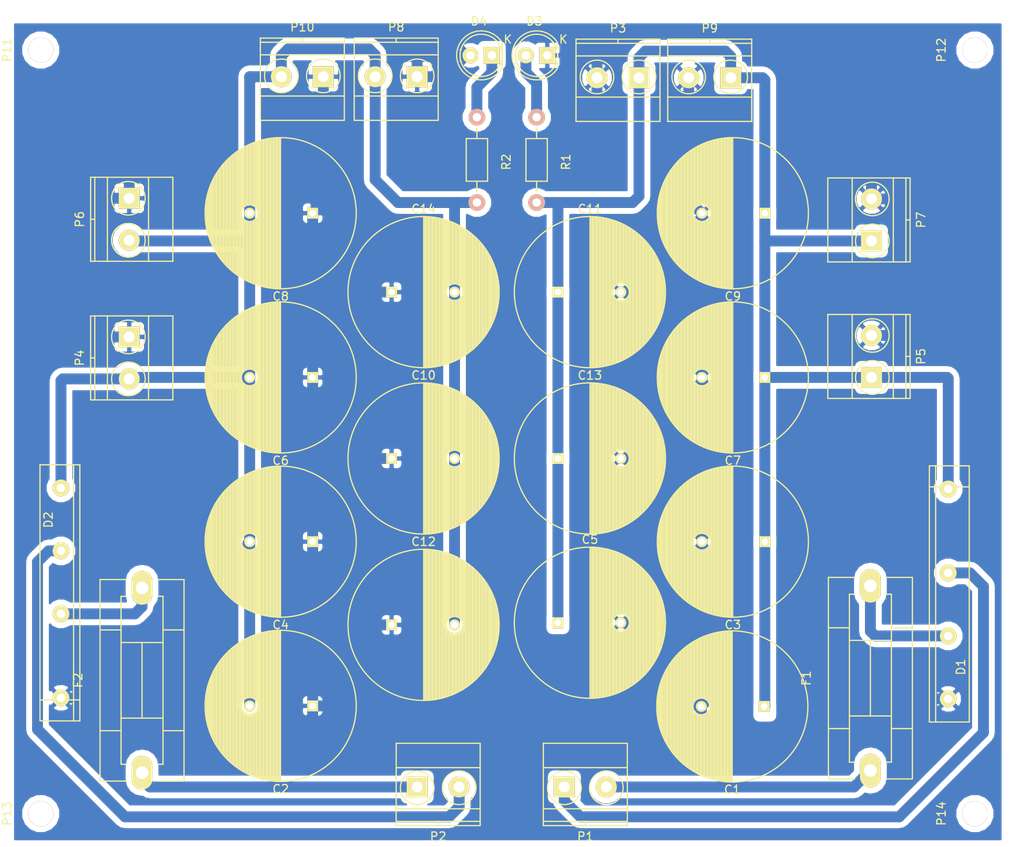
<source format=kicad_pcb>
(kicad_pcb (version 4) (host pcbnew 4.0.2-1.fc23-product)
  (title_block (title "ballistic psu") (date 2016-12-18) (rev 1) (company "base48, hexo"))
  (layers (0 F.Cu signal) (31 B.Cu signal) (34 B.Paste user) (35 F.Paste user) (36 B.SilkS user) (37 F.SilkS user) (38 B.Mask user) (39 F.Mask user) (44 Edge.Cuts user))
  (net 0 "")
  (net 1 "Net-(C1-Pad1)")
  (net 2 GND)
  (net 3 "Net-(C10-Pad2)")
  (net 4 "Net-(D1-Pad3)")
  (net 5 "Net-(D1-Pad2)")
  (net 6 "Net-(D2-Pad3)")
  (net 7 "Net-(D2-Pad2)")
  (net 8 "Net-(D3-Pad2)")
  (net 9 "Net-(D4-Pad1)")
  (net 10 "Net-(F1-Pad1)")
  (net 11 "Net-(F2-Pad1)")
  (net 12 "Net-(P11-Pad1)")
  (net 13 "Net-(P12-Pad1)")
  (net 14 "Net-(P13-Pad1)")
  (net 15 "Net-(P14-Pad1)")
  (module Capacitors_ThroughHole:C_Radial_D18_L36_P7.5 (layer F.Cu) (at 146.812 132.334 180)
    (fp_text reference C1 (at 3.81 -9.906 180) (layer F.SilkS))
    (fp_text value 1000u)
    (pad 1 thru_hole rect (at 0 0 180) (size 1.3 1.3) (drill 0.8) (layers *.Cu *.Mask F.SilkS) (net 1 "Net-(C1-Pad1)"))
    (pad 2 thru_hole circle (at 7.5 0 180) (size 1.3 1.3) (drill 0.8) (layers *.Cu *.Mask F.SilkS) (net 2 GND))
  )
  (module Capacitors_ThroughHole:C_Radial_D18_L36_P7.5 (layer F.Cu) (at 93.0275 132.2705 180)
    (fp_text reference C2 (at 3.81 -9.906 180) (layer F.SilkS))
    (fp_text value 1000u)
    (pad 1 thru_hole rect (at 0 0 180) (size 1.3 1.3) (drill 0.8) (layers *.Cu *.Mask F.SilkS) (net 2 GND))
    (pad 2 thru_hole circle (at 7.5 0 180) (size 1.3 1.3) (drill 0.8) (layers *.Cu *.Mask F.SilkS) (net 3 "Net-(C10-Pad2)"))
  )
  (module Capacitors_ThroughHole:C_Radial_D18_L36_P7.5 (layer F.Cu) (at 146.8755 112.7125 180)
    (fp_text reference C3 (at 3.81 -9.906 180) (layer F.SilkS))
    (fp_text value 1000u)
    (pad 1 thru_hole rect (at 0 0 180) (size 1.3 1.3) (drill 0.8) (layers *.Cu *.Mask F.SilkS) (net 1 "Net-(C1-Pad1)"))
    (pad 2 thru_hole circle (at 7.5 0 180) (size 1.3 1.3) (drill 0.8) (layers *.Cu *.Mask F.SilkS) (net 2 GND))
  )
  (module Capacitors_ThroughHole:C_Radial_D18_L36_P7.5 (layer F.Cu) (at 93.0275 112.7125 180)
    (fp_text reference C4 (at 3.81 -9.906 180) (layer F.SilkS))
    (fp_text value 1000u)
    (pad 1 thru_hole rect (at 0 0 180) (size 1.3 1.3) (drill 0.8) (layers *.Cu *.Mask F.SilkS) (net 2 GND))
    (pad 2 thru_hole circle (at 7.5 0 180) (size 1.3 1.3) (drill 0.8) (layers *.Cu *.Mask F.SilkS) (net 3 "Net-(C10-Pad2)"))
  )
  (module Capacitors_ThroughHole:C_Radial_D18_L36_P7.5 (layer F.Cu) (at 122.2375 122.3645)
    (fp_text reference C5 (at 3.81 -9.906) (layer F.SilkS))
    (fp_text value 1000u)
    (pad 1 thru_hole rect (at 0 0) (size 1.3 1.3) (drill 0.8) (layers *.Cu *.Mask F.SilkS) (net 1 "Net-(C1-Pad1)"))
    (pad 2 thru_hole circle (at 7.5 0) (size 1.3 1.3) (drill 0.8) (layers *.Cu *.Mask F.SilkS) (net 2 GND))
  )
  (module Capacitors_ThroughHole:C_Radial_D18_L36_P7.5 (layer F.Cu) (at 93.0275 93.1545 180)
    (fp_text reference C6 (at 3.81 -9.906 180) (layer F.SilkS))
    (fp_text value 1000u)
    (pad 1 thru_hole rect (at 0 0 180) (size 1.3 1.3) (drill 0.8) (layers *.Cu *.Mask F.SilkS) (net 2 GND))
    (pad 2 thru_hole circle (at 7.5 0 180) (size 1.3 1.3) (drill 0.8) (layers *.Cu *.Mask F.SilkS) (net 3 "Net-(C10-Pad2)"))
  )
  (module Capacitors_ThroughHole:C_Radial_D18_L36_P7.5 (layer F.Cu) (at 146.8755 93.1545 180)
    (fp_text reference C7 (at 3.81 -9.906 180) (layer F.SilkS))
    (fp_text value 1000u)
    (pad 1 thru_hole rect (at 0 0 180) (size 1.3 1.3) (drill 0.8) (layers *.Cu *.Mask F.SilkS) (net 1 "Net-(C1-Pad1)"))
    (pad 2 thru_hole circle (at 7.5 0 180) (size 1.3 1.3) (drill 0.8) (layers *.Cu *.Mask F.SilkS) (net 2 GND))
  )
  (module Capacitors_ThroughHole:C_Radial_D18_L36_P7.5 (layer F.Cu) (at 93.0275 73.5965 180)
    (fp_text reference C8 (at 3.81 -9.906 180) (layer F.SilkS))
    (fp_text value 1000u)
    (pad 1 thru_hole rect (at 0 0 180) (size 1.3 1.3) (drill 0.8) (layers *.Cu *.Mask F.SilkS) (net 2 GND))
    (pad 2 thru_hole circle (at 7.5 0 180) (size 1.3 1.3) (drill 0.8) (layers *.Cu *.Mask F.SilkS) (net 3 "Net-(C10-Pad2)"))
  )
  (module Capacitors_ThroughHole:C_Radial_D18_L36_P7.5 (layer F.Cu) (at 146.8755 73.5965 180)
    (fp_text reference C9 (at 3.81 -9.906 180) (layer F.SilkS))
    (fp_text value 1000u)
    (pad 1 thru_hole rect (at 0 0 180) (size 1.3 1.3) (drill 0.8) (layers *.Cu *.Mask F.SilkS) (net 1 "Net-(C1-Pad1)"))
    (pad 2 thru_hole circle (at 7.5 0 180) (size 1.3 1.3) (drill 0.8) (layers *.Cu *.Mask F.SilkS) (net 2 GND))
  )
  (module Capacitors_ThroughHole:C_Radial_D18_L36_P7.5 (layer F.Cu) (at 102.4255 102.8065)
    (fp_text reference C10 (at 3.81 -9.906) (layer F.SilkS))
    (fp_text value 1000u)
    (pad 1 thru_hole rect (at 0 0) (size 1.3 1.3) (drill 0.8) (layers *.Cu *.Mask F.SilkS) (net 2 GND))
    (pad 2 thru_hole circle (at 7.5 0) (size 1.3 1.3) (drill 0.8) (layers *.Cu *.Mask F.SilkS) (net 3 "Net-(C10-Pad2)"))
  )
  (module Capacitors_ThroughHole:C_Radial_D18_L36_P7.5 (layer F.Cu) (at 122.2375 82.9945)
    (fp_text reference C11 (at 3.81 -9.906) (layer F.SilkS))
    (fp_text value 1000u)
    (pad 1 thru_hole rect (at 0 0) (size 1.3 1.3) (drill 0.8) (layers *.Cu *.Mask F.SilkS) (net 1 "Net-(C1-Pad1)"))
    (pad 2 thru_hole circle (at 7.5 0) (size 1.3 1.3) (drill 0.8) (layers *.Cu *.Mask F.SilkS) (net 2 GND))
  )
  (module Capacitors_ThroughHole:C_Radial_D18_L36_P7.5 (layer F.Cu) (at 102.4255 122.6185)
    (fp_text reference C12 (at 3.81 -9.906) (layer F.SilkS))
    (fp_text value 1000u)
    (pad 1 thru_hole rect (at 0 0) (size 1.3 1.3) (drill 0.8) (layers *.Cu *.Mask F.SilkS) (net 2 GND))
    (pad 2 thru_hole circle (at 7.5 0) (size 1.3 1.3) (drill 0.8) (layers *.Cu *.Mask F.SilkS) (net 3 "Net-(C10-Pad2)"))
  )
  (module Capacitors_ThroughHole:C_Radial_D18_L36_P7.5 (layer F.Cu) (at 122.2375 102.8065)
    (fp_text reference C13 (at 3.81 -9.906) (layer F.SilkS))
    (fp_text value 1000u)
    (pad 1 thru_hole rect (at 0 0) (size 1.3 1.3) (drill 0.8) (layers *.Cu *.Mask F.SilkS) (net 1 "Net-(C1-Pad1)"))
    (pad 2 thru_hole circle (at 7.5 0) (size 1.3 1.3) (drill 0.8) (layers *.Cu *.Mask F.SilkS) (net 2 GND))
  )
  (module Capacitors_ThroughHole:C_Radial_D18_L36_P7.5 (layer F.Cu) (at 102.4255 82.9945)
    (fp_text reference C14 (at 3.81 -9.906) (layer F.SilkS))
    (fp_text value 1000u)
    (pad 1 thru_hole rect (at 0 0) (size 1.3 1.3) (drill 0.8) (layers *.Cu *.Mask F.SilkS) (net 2 GND))
    (pad 2 thru_hole circle (at 7.5 0) (size 1.3 1.3) (drill 0.8) (layers *.Cu *.Mask F.SilkS) (net 3 "Net-(C10-Pad2)"))
  )
  (module libs:GSIB (layer F.Cu) (at 168.7195 118.9355 270)
    (fp_text reference D1 (at 8.7 -1.5 270) (layer F.SilkS))
    (fp_text value Diode_Bridge_centerAC)
    (pad 1 thru_hole circle (at -12.5 0 270) (size 2 2) (drill 1) (layers *.Cu *.Mask F.SilkS) (net 1 "Net-(C1-Pad1)"))
    (pad 4 thru_hole circle (at 12.5 0 270) (size 2 2) (drill 1) (layers *.Cu *.Mask F.SilkS) (net 2 GND))
    (pad 3 thru_hole circle (at 5 0 270) (size 2 2) (drill 1) (layers *.Cu *.Mask F.SilkS) (net 4 "Net-(D1-Pad3)"))
    (pad 2 thru_hole circle (at -2.5 0 270) (size 2 2) (drill 1) (layers *.Cu *.Mask F.SilkS) (net 5 "Net-(D1-Pad2)"))
  )
  (module libs:GSIB (layer F.Cu) (at 63.0555 118.8085 90)
    (fp_text reference D2 (at 8.7 -1.5 90) (layer F.SilkS))
    (fp_text value Diode_Bridge_centerAC)
    (pad 1 thru_hole circle (at -12.5 0 90) (size 2 2) (drill 1) (layers *.Cu *.Mask F.SilkS) (net 2 GND))
    (pad 4 thru_hole circle (at 12.5 0 90) (size 2 2) (drill 1) (layers *.Cu *.Mask F.SilkS) (net 3 "Net-(C10-Pad2)"))
    (pad 3 thru_hole circle (at 5 0 90) (size 2 2) (drill 1) (layers *.Cu *.Mask F.SilkS) (net 6 "Net-(D2-Pad3)"))
    (pad 2 thru_hole circle (at -2.5 0 90) (size 2 2) (drill 1) (layers *.Cu *.Mask F.SilkS) (net 7 "Net-(D2-Pad2)"))
  )
  (module LEDs:LED-5MM (layer F.Cu) (at 120.9675 54.8005 180)
    (fp_text reference D3 (at 1.524 4.064 180) (layer F.SilkS))
    (fp_text value PLUS_OK)
    (fp_text user K (at -1.905 1.905 180) (layer F.SilkS))
    (pad 1 thru_hole rect (at 0 0 270) (size 2 1.9) (drill 1.00076) (layers *.Cu *.Mask F.SilkS) (net 2 GND))
    (pad 2 thru_hole circle (at 2.54 0 180) (size 1.9 1.9) (drill 1.00076) (layers *.Cu *.Mask F.SilkS) (net 8 "Net-(D3-Pad2)"))
  )
  (module LEDs:LED-5MM (layer F.Cu) (at 114.3635 54.8005 180)
    (fp_text reference D4 (at 1.524 4.064 180) (layer F.SilkS))
    (fp_text value MINUS_OK)
    (fp_text user K (at -1.905 1.905 180) (layer F.SilkS))
    (pad 1 thru_hole rect (at 0 0 270) (size 2 1.9) (drill 1.00076) (layers *.Cu *.Mask F.SilkS) (net 9 "Net-(D4-Pad1)"))
    (pad 2 thru_hole circle (at 2.54 0 180) (size 1.9 1.9) (drill 1.00076) (layers *.Cu *.Mask F.SilkS) (net 2 GND))
  )
  (module Terminal_Blocks:TerminalBlock_Pheonix_MKDS1.5-2pol (layer F.Cu) (at 122.9995 141.9225)
    (fp_text reference P1 (at 2.5 5.9) (layer F.SilkS))
    (fp_text value AC_PLUS)
    (pad 1 thru_hole rect (at 0 0) (size 2.5 2.5) (drill 1.3) (layers *.Cu *.Mask F.SilkS) (net 5 "Net-(D1-Pad2)"))
    (pad 2 thru_hole circle (at 5 0) (size 2.5 2.5) (drill 1.3) (layers *.Cu *.Mask F.SilkS) (net 10 "Net-(F1-Pad1)"))
  )
  (module Terminal_Blocks:TerminalBlock_Pheonix_MKDS1.5-2pol (layer F.Cu) (at 105.4735 141.9225)
    (fp_text reference P2 (at 2.5 5.9) (layer F.SilkS))
    (fp_text value AC_MINUS)
    (pad 1 thru_hole rect (at 0 0) (size 2.5 2.5) (drill 1.3) (layers *.Cu *.Mask F.SilkS) (net 11 "Net-(F2-Pad1)"))
    (pad 2 thru_hole circle (at 5 0) (size 2.5 2.5) (drill 1.3) (layers *.Cu *.Mask F.SilkS) (net 6 "Net-(D2-Pad3)"))
  )
  (module Terminal_Blocks:TerminalBlock_Pheonix_MKDS1.5-2pol (layer F.Cu) (at 131.8895 57.4675 180)
    (fp_text reference P3 (at 2.5 5.9 180) (layer F.SilkS))
    (fp_text value VCC)
    (pad 1 thru_hole rect (at 0 0 180) (size 2.5 2.5) (drill 1.3) (layers *.Cu *.Mask F.SilkS) (net 1 "Net-(C1-Pad1)"))
    (pad 2 thru_hole circle (at 5 0 180) (size 2.5 2.5) (drill 1.3) (layers *.Cu *.Mask F.SilkS) (net 2 GND))
  )
  (module Terminal_Blocks:TerminalBlock_Pheonix_MKDS1.5-2pol (layer F.Cu) (at 71.1835 88.3285 270)
    (fp_text reference P4 (at 2.5 5.9 270) (layer F.SilkS))
    (fp_text value VEE)
    (pad 1 thru_hole rect (at 0 0 270) (size 2.5 2.5) (drill 1.3) (layers *.Cu *.Mask F.SilkS) (net 2 GND))
    (pad 2 thru_hole circle (at 5 0 270) (size 2.5 2.5) (drill 1.3) (layers *.Cu *.Mask F.SilkS) (net 3 "Net-(C10-Pad2)"))
  )
  (module Resistors_ThroughHole:Resistor_Horizontal_RM10mm (layer F.Cu) (at 119.6975 67.2465 270)
    (fp_text reference R1 (at 0.24892 -3.50012 270) (layer F.SilkS))
    (fp_text value 10k)
    (pad 1 thru_hole circle (at -5.08 0 270) (size 1.99898 1.99898) (drill 1.00076) (layers *.Cu *.SilkS *.Mask) (net 8 "Net-(D3-Pad2)"))
    (pad 2 thru_hole circle (at 5.08 0 270) (size 1.99898 1.99898) (drill 1.00076) (layers *.Cu *.SilkS *.Mask) (net 1 "Net-(C1-Pad1)"))
  )
  (module Resistors_ThroughHole:Resistor_Horizontal_RM10mm (layer F.Cu) (at 112.5855 67.2465 270)
    (fp_text reference R2 (at 0.24892 -3.50012 270) (layer F.SilkS))
    (fp_text value 10k)
    (pad 1 thru_hole circle (at -5.08 0 270) (size 1.99898 1.99898) (drill 1.00076) (layers *.Cu *.SilkS *.Mask) (net 9 "Net-(D4-Pad1)"))
    (pad 2 thru_hole circle (at 5.08 0 270) (size 1.99898 1.99898) (drill 1.00076) (layers *.Cu *.SilkS *.Mask) (net 3 "Net-(C10-Pad2)"))
  )
  (module Terminal_Blocks:TerminalBlock_Pheonix_MKDS1.5-2pol (layer F.Cu) (at 159.5755 93.1545 90)
    (fp_text reference P5 (at 2.5 5.9 90) (layer F.SilkS))
    (fp_text value VCC)
    (pad 1 thru_hole rect (at 0 0 90) (size 2.5 2.5) (drill 1.3) (layers *.Cu *.Mask F.SilkS) (net 1 "Net-(C1-Pad1)"))
    (pad 2 thru_hole circle (at 5 0 90) (size 2.5 2.5) (drill 1.3) (layers *.Cu *.Mask F.SilkS) (net 2 GND))
  )
  (module Terminal_Blocks:TerminalBlock_Pheonix_MKDS1.5-2pol (layer F.Cu) (at 71.1835 71.8185 270)
    (fp_text reference P6 (at 2.5 5.9 270) (layer F.SilkS))
    (fp_text value VEE)
    (pad 1 thru_hole rect (at 0 0 270) (size 2.5 2.5) (drill 1.3) (layers *.Cu *.Mask F.SilkS) (net 2 GND))
    (pad 2 thru_hole circle (at 5 0 270) (size 2.5 2.5) (drill 1.3) (layers *.Cu *.Mask F.SilkS) (net 3 "Net-(C10-Pad2)"))
  )
  (module Terminal_Blocks:TerminalBlock_Pheonix_MKDS1.5-2pol (layer F.Cu) (at 159.5755 76.8985 90)
    (fp_text reference P7 (at 2.5 5.9 90) (layer F.SilkS))
    (fp_text value VCC)
    (pad 1 thru_hole rect (at 0 0 90) (size 2.5 2.5) (drill 1.3) (layers *.Cu *.Mask F.SilkS) (net 1 "Net-(C1-Pad1)"))
    (pad 2 thru_hole circle (at 5 0 90) (size 2.5 2.5) (drill 1.3) (layers *.Cu *.Mask F.SilkS) (net 2 GND))
  )
  (module Terminal_Blocks:TerminalBlock_Pheonix_MKDS1.5-2pol (layer F.Cu) (at 105.4735 57.3405 180)
    (fp_text reference P8 (at 2.5 5.9 180) (layer F.SilkS))
    (fp_text value VEE)
    (pad 1 thru_hole rect (at 0 0 180) (size 2.5 2.5) (drill 1.3) (layers *.Cu *.Mask F.SilkS) (net 2 GND))
    (pad 2 thru_hole circle (at 5 0 180) (size 2.5 2.5) (drill 1.3) (layers *.Cu *.Mask F.SilkS) (net 3 "Net-(C10-Pad2)"))
  )
  (module Terminal_Blocks:TerminalBlock_Pheonix_MKDS1.5-2pol (layer F.Cu) (at 142.8115 57.4675 180)
    (fp_text reference P9 (at 2.5 5.9 180) (layer F.SilkS))
    (fp_text value VCC)
    (pad 1 thru_hole rect (at 0 0 180) (size 2.5 2.5) (drill 1.3) (layers *.Cu *.Mask F.SilkS) (net 1 "Net-(C1-Pad1)"))
    (pad 2 thru_hole circle (at 5 0 180) (size 2.5 2.5) (drill 1.3) (layers *.Cu *.Mask F.SilkS) (net 2 GND))
  )
  (module Terminal_Blocks:TerminalBlock_Pheonix_MKDS1.5-2pol (layer F.Cu) (at 94.2975 57.3405 180)
    (fp_text reference P10 (at 2.5 5.9 180) (layer F.SilkS))
    (fp_text value VEE)
    (pad 1 thru_hole rect (at 0 0 180) (size 2.5 2.5) (drill 1.3) (layers *.Cu *.Mask F.SilkS) (net 2 GND))
    (pad 2 thru_hole circle (at 5 0 180) (size 2.5 2.5) (drill 1.3) (layers *.Cu *.Mask F.SilkS) (net 3 "Net-(C10-Pad2)"))
  )
  (module Fuse_Holders_and_Fuses:Fuseholder5x20_horiz_SemiClosed_Casing10x25mm (layer F.Cu) (at 159.4485 128.9685 90)
    (fp_text reference F1 (at 0 -7.62 90) (layer F.SilkS))
    (fp_text value 6A)
    (pad 2 thru_hole oval (at 11.00074 0) (size 2.49936 4.0005) (drill 1.50114) (layers *.Cu *.Mask F.SilkS) (net 4 "Net-(D1-Pad3)"))
    (pad 1 thru_hole oval (at -11.00074 0) (size 2.49936 4.0005) (drill 1.50114) (layers *.Cu *.Mask F.SilkS) (net 10 "Net-(F1-Pad1)"))
  )
  (module Fuse_Holders_and_Fuses:Fuseholder5x20_horiz_SemiClosed_Casing10x25mm (layer F.Cu) (at 72.7075 129.2225 90)
    (fp_text reference F2 (at 0 -7.62 90) (layer F.SilkS))
    (fp_text value 6A)
    (pad 2 thru_hole oval (at 11.00074 0) (size 2.49936 4.0005) (drill 1.50114) (layers *.Cu *.Mask F.SilkS) (net 7 "Net-(D2-Pad2)"))
    (pad 1 thru_hole oval (at -11.00074 0) (size 2.49936 4.0005) (drill 1.50114) (layers *.Cu *.Mask F.SilkS) (net 11 "Net-(F2-Pad1)"))
  )
  (module Mounting_Holes:MountingHole_3mm (layer F.Cu) (at 60.6425 54.1655 90)
    (fp_text reference P11 (at 0 -4.0005 90) (layer F.SilkS))
    (fp_text value CONN_01X01)
    (pad 1 thru_hole circle (at 0 0 90) (size 3 3) (drill 3) (layers) (net 12 "Net-(P11-Pad1)"))
  )
  (module Mounting_Holes:MountingHole_3mm (layer F.Cu) (at 171.8945 54.1655 90)
    (fp_text reference P12 (at 0 -4.0005 90) (layer F.SilkS))
    (fp_text value CONN_01X01)
    (pad 1 thru_hole circle (at 0 0 90) (size 3 3) (drill 3) (layers) (net 13 "Net-(P12-Pad1)"))
  )
  (module Mounting_Holes:MountingHole_3mm (layer F.Cu) (at 60.6425 145.0975 90)
    (fp_text reference P13 (at 0 -4.0005 90) (layer F.SilkS))
    (fp_text value CONN_01X01)
    (pad 1 thru_hole circle (at 0 0 90) (size 3 3) (drill 3) (layers) (net 14 "Net-(P13-Pad1)"))
  )
  (module Mounting_Holes:MountingHole_3mm (layer F.Cu) (at 171.8945 145.0975 90)
    (fp_text reference P14 (at 0 -4.0005 90) (layer F.SilkS))
    (fp_text value CONN_01X01)
    (pad 1 thru_hole circle (at 0 0 90) (size 3 3) (drill 3) (layers) (net 15 "Net-(P14-Pad1)"))
  )
  (segment (start 146.8755 112.7125) (end 146.8755 132.2705) (width 1.3) (layer B.Cu) (net 1))
  (segment (start 146.8755 132.2705) (end 146.812 132.334) (width 1.3) (layer B.Cu) (net 1))
  (segment (start 142.8115 57.4675) (end 146.6215 57.4675) (width 1.3) (layer B.Cu) (net 1))
  (segment (start 146.8755 58.8645) (end 146.8755 73.5965) (width 1.3) (layer B.Cu) (net 1))
  (segment (start 146.8755 57.7215) (end 146.8755 58.8645) (width 1.3) (layer B.Cu) (net 1))
  (segment (start 146.6215 57.4675) (end 146.8755 57.7215) (width 1.3) (layer B.Cu) (net 1))
  (segment (start 159.5755 93.1545) (end 168.5925 93.1545) (width 1.3) (layer B.Cu) (net 1))
  (segment (start 168.7195 93.2815) (end 168.7195 106.4355) (width 1.3) (layer B.Cu) (net 1))
  (segment (start 168.5925 93.1545) (end 168.7195 93.2815) (width 1.3) (layer B.Cu) (net 1))
  (segment (start 146.8755 76.8985) (end 159.5755 76.8985) (width 1.3) (layer B.Cu) (net 1))
  (segment (start 146.8755 93.1545) (end 159.5755 93.1545) (width 1.3) (layer B.Cu) (net 1))
  (segment (start 122.2375 72.3265) (end 119.6975 72.3265) (width 1.3) (layer B.Cu) (net 1))
  (segment (start 142.8115 57.4675) (end 142.8115 54.9275) (width 1.3) (layer B.Cu) (net 1))
  (segment (start 131.8895 55.0545) (end 131.8895 57.4675) (width 1.3) (layer B.Cu) (net 1))
  (segment (start 132.6515 54.2925) (end 131.8895 55.0545) (width 1.3) (layer B.Cu) (net 1))
  (segment (start 142.1765 54.2925) (end 132.6515 54.2925) (width 1.3) (layer B.Cu) (net 1))
  (segment (start 142.8115 54.9275) (end 142.1765 54.2925) (width 1.3) (layer B.Cu) (net 1))
  (segment (start 122.2375 72.3265) (end 122.2375 82.9945) (width 1.3) (layer B.Cu) (net 1))
  (segment (start 131.8895 57.4675) (end 131.8895 71.5645) (width 1.3) (layer B.Cu) (net 1))
  (segment (start 131.8895 71.5645) (end 131.1275 72.3265) (width 1.3) (layer B.Cu) (net 1))
  (segment (start 131.1275 72.3265) (end 122.2375 72.3265) (width 1.3) (layer B.Cu) (net 1))
  (segment (start 146.8755 93.1545) (end 146.8755 79.9465) (width 1.3) (layer B.Cu) (net 1))
  (segment (start 146.8755 79.9465) (end 146.8755 76.8985) (width 1.3) (layer B.Cu) (net 1))
  (segment (start 146.8755 76.8985) (end 146.8755 74.8665) (width 1.3) (layer B.Cu) (net 1))
  (segment (start 146.8755 74.8665) (end 146.8755 73.5965) (width 1.3) (layer B.Cu) (net 1))
  (segment (start 122.2375 102.8065) (end 122.2375 82.9945) (width 1.3) (layer B.Cu) (net 1))
  (segment (start 122.2375 122.3645) (end 122.2375 102.8065) (width 1.3) (layer B.Cu) (net 1))
  (segment (start 146.8755 112.7125) (end 146.8755 95.1865) (width 1.3) (layer B.Cu) (net 1))
  (segment (start 146.8755 95.1865) (end 146.8755 93.1545) (width 1.3) (layer B.Cu) (net 1))
  (segment (start 139.312 132.334) (end 139.312 135.629) (width 1.3) (layer B.Cu) (net 2))
  (segment (start 139.3755 135.6925) (end 142.6845 139.0015) (width 1.3) (layer B.Cu) (net 2))
  (segment (start 155.8385 131.4355) (end 148.2725 139.0015) (width 1.3) (layer B.Cu) (net 2))
  (segment (start 148.2725 139.0015) (end 142.6845 139.0015) (width 1.3) (layer B.Cu) (net 2))
  (segment (start 155.8385 131.4355) (end 168.7195 131.4355) (width 1.3) (layer B.Cu) (net 2))
  (segment (start 139.312 135.629) (end 139.3755 135.6925) (width 1.3) (layer B.Cu) (net 2))
  (segment (start 139.312 132.334) (end 139.312 122.3645) (width 1.3) (layer B.Cu) (net 2))
  (segment (start 139.312 122.3645) (end 139.3755 122.3645) (width 1.3) (layer B.Cu) (net 2))
  (segment (start 139.2485 132.2705) (end 118.9355 132.2705) (width 1.3) (layer B.Cu) (net 2))
  (segment (start 118.9355 132.2705) (end 116.1415 132.2705) (width 1.3) (layer B.Cu) (net 2))
  (segment (start 139.2485 132.2705) (end 139.312 132.334) (width 1.3) (layer B.Cu) (net 2))
  (segment (start 108.0135 57.3405) (end 105.4735 57.3405) (width 1.3) (layer B.Cu) (net 2))
  (segment (start 105.4735 57.3405) (end 105.4735 53.4035) (width 1.3) (layer B.Cu) (net 2))
  (segment (start 71.1835 56.3245) (end 71.1835 71.8185) (width 1.3) (layer B.Cu) (net 2))
  (segment (start 75.3745 52.1335) (end 71.1835 56.3245) (width 1.3) (layer B.Cu) (net 2))
  (segment (start 104.2035 52.1335) (end 75.3745 52.1335) (width 1.3) (layer B.Cu) (net 2))
  (segment (start 105.4735 53.4035) (end 104.2035 52.1335) (width 1.3) (layer B.Cu) (net 2))
  (segment (start 126.8895 57.4675) (end 126.8895 54.3395) (width 1.3) (layer B.Cu) (net 2))
  (segment (start 155.1305 52.1335) (end 129.0955 52.1335) (width 1.3) (layer B.Cu) (net 2))
  (segment (start 159.5755 56.5785) (end 155.1305 52.1335) (width 1.3) (layer B.Cu) (net 2))
  (segment (start 159.5755 56.5785) (end 159.5755 71.8985) (width 1.3) (layer B.Cu) (net 2))
  (segment (start 126.8895 54.3395) (end 129.0955 52.1335) (width 1.3) (layer B.Cu) (net 2))
  (segment (start 93.0275 132.2705) (end 93.0275 133.5405) (width 1.3) (layer B.Cu) (net 2))
  (segment (start 74.7935 131.3085) (end 63.0555 131.3085) (width 1.3) (layer B.Cu) (net 2))
  (segment (start 81.4705 137.9855) (end 74.7935 131.3085) (width 1.3) (layer B.Cu) (net 2))
  (segment (start 88.5825 137.9855) (end 81.4705 137.9855) (width 1.3) (layer B.Cu) (net 2))
  (segment (start 93.0275 133.5405) (end 88.5825 137.9855) (width 1.3) (layer B.Cu) (net 2))
  (segment (start 159.5755 88.1545) (end 162.7975 88.1545) (width 1.3) (layer B.Cu) (net 2))
  (segment (start 162.7975 88.1545) (end 163.8935 87.0585) (width 1.3) (layer B.Cu) (net 2))
  (segment (start 163.8935 87.0585) (end 163.8935 73.3425) (width 1.3) (layer B.Cu) (net 2))
  (segment (start 163.8935 73.3425) (end 162.4495 71.8985) (width 1.3) (layer B.Cu) (net 2))
  (segment (start 162.4495 71.8985) (end 159.5755 71.8985) (width 1.3) (layer B.Cu) (net 2))
  (segment (start 71.1835 88.3285) (end 67.8815 88.3285) (width 1.3) (layer B.Cu) (net 2))
  (segment (start 67.8815 88.3285) (end 67.1195 87.5665) (width 1.3) (layer B.Cu) (net 2))
  (segment (start 67.1195 87.5665) (end 67.1195 73.0885) (width 1.3) (layer B.Cu) (net 2))
  (segment (start 67.1195 72.5805) (end 67.8815 71.8185) (width 1.3) (layer B.Cu) (net 2))
  (segment (start 67.8815 71.8185) (end 71.1835 71.8185) (width 1.3) (layer B.Cu) (net 2))
  (segment (start 116.1415 132.2705) (end 116.1415 129.7305) (width 1.3) (layer B.Cu) (net 2))
  (segment (start 116.1415 129.7305) (end 116.1415 66.7385) (width 1.3) (layer B.Cu) (net 2))
  (segment (start 93.0275 132.2705) (end 116.1415 132.2705) (width 1.3) (layer B.Cu) (net 2))
  (segment (start 108.0135 54.8005) (end 108.0135 57.3405) (width 1.3) (layer B.Cu) (net 2))
  (segment (start 108.0135 57.3405) (end 108.0135 64.9605) (width 1.3) (layer B.Cu) (net 2))
  (segment (start 108.0135 64.9605) (end 109.7915 66.7385) (width 1.3) (layer B.Cu) (net 2))
  (segment (start 109.7915 66.7385) (end 116.1415 66.7385) (width 1.3) (layer B.Cu) (net 2))
  (segment (start 126.8895 63.6105) (end 126.8895 57.4675) (width 1.3) (layer B.Cu) (net 2))
  (segment (start 116.1415 66.7385) (end 123.7615 66.7385) (width 1.3) (layer B.Cu) (net 2))
  (segment (start 123.7615 66.7385) (end 126.8895 63.6105) (width 1.3) (layer B.Cu) (net 2))
  (segment (start 108.0135 54.8005) (end 111.8235 54.8005) (width 1.3) (layer B.Cu) (net 2))
  (segment (start 94.2975 57.3405) (end 94.2975 72.3265) (width 1.3) (layer B.Cu) (net 2))
  (segment (start 94.2975 72.3265) (end 93.0275 73.5965) (width 1.3) (layer B.Cu) (net 2))
  (segment (start 137.8115 57.4675) (end 137.8115 72.0325) (width 1.3) (layer B.Cu) (net 2))
  (segment (start 137.8115 72.0325) (end 139.3755 73.5965) (width 1.3) (layer B.Cu) (net 2))
  (segment (start 93.0275 122.6185) (end 102.4255 122.6185) (width 1.3) (layer B.Cu) (net 2))
  (segment (start 93.0275 102.8065) (end 102.4255 102.8065) (width 1.3) (layer B.Cu) (net 2))
  (segment (start 93.0275 82.9945) (end 102.4255 82.9945) (width 1.3) (layer B.Cu) (net 2))
  (segment (start 93.0275 93.1545) (end 93.0275 82.9945) (width 1.3) (layer B.Cu) (net 2))
  (segment (start 93.0275 82.9945) (end 93.0275 73.5965) (width 1.3) (layer B.Cu) (net 2))
  (segment (start 93.0275 112.7125) (end 93.0275 102.8065) (width 1.3) (layer B.Cu) (net 2))
  (segment (start 93.0275 102.8065) (end 93.0275 93.1545) (width 1.3) (layer B.Cu) (net 2))
  (segment (start 93.0275 132.2705) (end 93.0275 122.6185) (width 1.3) (layer B.Cu) (net 2))
  (segment (start 93.0275 122.6185) (end 93.0275 112.7125) (width 1.3) (layer B.Cu) (net 2))
  (segment (start 139.3755 82.9945) (end 129.7375 82.9945) (width 1.3) (layer B.Cu) (net 2))
  (segment (start 139.3755 102.8065) (end 129.7375 102.8065) (width 1.3) (layer B.Cu) (net 2))
  (segment (start 139.3755 122.3645) (end 129.7375 122.3645) (width 1.3) (layer B.Cu) (net 2))
  (segment (start 139.3755 112.7125) (end 139.3755 122.3645) (width 1.3) (layer B.Cu) (net 2))
  (segment (start 139.3755 93.1545) (end 139.3755 102.8065) (width 1.3) (layer B.Cu) (net 2))
  (segment (start 139.3755 102.8065) (end 139.3755 112.7125) (width 1.3) (layer B.Cu) (net 2))
  (segment (start 139.3755 93.1545) (end 139.3755 82.9945) (width 1.3) (layer B.Cu) (net 2))
  (segment (start 139.3755 82.9945) (end 139.3755 73.5965) (width 1.3) (layer B.Cu) (net 2))
  (segment (start 89.2975 57.3405) (end 85.5275 57.3405) (width 1.3) (layer B.Cu) (net 3))
  (segment (start 85.9155 57.4675) (end 85.5275 57.4675) (width 1.3) (layer B.Cu) (net 3))
  (segment (start 85.6545 57.4675) (end 85.9155 57.4675) (width 1.3) (layer B.Cu) (net 3))
  (segment (start 85.5275 57.3405) (end 85.6545 57.4675) (width 1.3) (layer B.Cu) (net 3))
  (segment (start 85.5275 73.5965) (end 85.5275 57.4675) (width 1.3) (layer B.Cu) (net 3))
  (segment (start 63.0555 106.3085) (end 63.0555 93.5355) (width 1.3) (layer B.Cu) (net 3))
  (segment (start 63.2625 93.3285) (end 71.1835 93.3285) (width 1.3) (layer B.Cu) (net 3))
  (segment (start 63.0555 93.5355) (end 63.2625 93.3285) (width 1.3) (layer B.Cu) (net 3))
  (segment (start 100.4735 57.3405) (end 100.4735 54.7535) (width 1.3) (layer B.Cu) (net 3))
  (segment (start 89.2975 54.8475) (end 89.2975 57.3405) (width 1.3) (layer B.Cu) (net 3))
  (segment (start 90.1065 54.0385) (end 89.2975 54.8475) (width 1.3) (layer B.Cu) (net 3))
  (segment (start 99.7585 54.0385) (end 90.1065 54.0385) (width 1.3) (layer B.Cu) (net 3))
  (segment (start 100.4735 54.7535) (end 99.7585 54.0385) (width 1.3) (layer B.Cu) (net 3))
  (segment (start 85.5275 76.8985) (end 71.2635 76.8985) (width 1.3) (layer B.Cu) (net 3))
  (segment (start 71.2635 76.8985) (end 71.1835 76.8185) (width 1.3) (layer B.Cu) (net 3))
  (segment (start 85.5275 93.1545) (end 71.3575 93.1545) (width 1.3) (layer B.Cu) (net 3))
  (segment (start 71.3575 93.1545) (end 71.1835 93.3285) (width 1.3) (layer B.Cu) (net 3))
  (segment (start 100.4735 57.3405) (end 100.4735 69.6125) (width 1.3) (layer B.Cu) (net 3))
  (segment (start 103.1875 72.3265) (end 110.2995 72.3265) (width 1.3) (layer B.Cu) (net 3))
  (segment (start 100.4735 69.6125) (end 103.1875 72.3265) (width 1.3) (layer B.Cu) (net 3))
  (segment (start 109.9255 82.9945) (end 109.9255 72.7005) (width 1.3) (layer B.Cu) (net 3))
  (segment (start 110.2995 72.3265) (end 112.5855 72.3265) (width 1.3) (layer B.Cu) (net 3))
  (segment (start 109.9255 72.7005) (end 110.2995 72.3265) (width 1.3) (layer B.Cu) (net 3))
  (segment (start 85.3275 112.9125) (end 85.5275 112.7125) (width 1.3) (layer B.Cu) (net 3))
  (segment (start 85.5275 93.1545) (end 85.5275 76.8985) (width 1.3) (layer B.Cu) (net 3))
  (segment (start 85.5275 76.8985) (end 85.5275 73.5965) (width 1.3) (layer B.Cu) (net 3))
  (segment (start 85.5275 112.7125) (end 85.5275 93.1545) (width 1.3) (layer B.Cu) (net 3))
  (segment (start 85.5275 132.2705) (end 85.5275 112.7125) (width 1.3) (layer B.Cu) (net 3))
  (segment (start 109.9255 102.8065) (end 109.9255 122.3645) (width 1.3) (layer B.Cu) (net 3))
  (segment (start 109.9255 82.9945) (end 109.9255 102.8065) (width 1.3) (layer B.Cu) (net 3))
  (segment (start 168.7195 123.9355) (end 160.0035 123.9355) (width 1.3) (layer B.Cu) (net 4))
  (segment (start 159.4485 123.3805) (end 159.4485 117.96776) (width 1.3) (layer B.Cu) (net 4))
  (segment (start 160.0035 123.9355) (end 159.4485 123.3805) (width 1.3) (layer B.Cu) (net 4))
  (segment (start 168.7195 116.4355) (end 171.2995 116.4355) (width 1.3) (layer B.Cu) (net 5))
  (segment (start 122.9995 143.5735) (end 122.9995 141.9225) (width 1.3) (layer B.Cu) (net 5))
  (segment (start 124.9045 145.4785) (end 122.9995 143.5735) (width 1.3) (layer B.Cu) (net 5))
  (segment (start 162.8775 145.4785) (end 124.9045 145.4785) (width 1.3) (layer B.Cu) (net 5))
  (segment (start 172.9105 135.4455) (end 162.8775 145.4785) (width 1.3) (layer B.Cu) (net 5))
  (segment (start 172.9105 118.0465) (end 172.9105 135.4455) (width 1.3) (layer B.Cu) (net 5))
  (segment (start 171.2995 116.4355) (end 172.9105 118.0465) (width 1.3) (layer B.Cu) (net 5))
  (segment (start 63.0555 113.8085) (end 61.5785 113.8085) (width 1.3) (layer B.Cu) (net 6))
  (segment (start 110.4735 144.2885) (end 109.2835 145.4785) (width 1.3) (layer B.Cu) (net 6))
  (segment (start 110.4735 144.2885) (end 110.4735 141.9225) (width 1.3) (layer B.Cu) (net 6))
  (segment (start 70.6755 145.4785) (end 109.2835 145.4785) (width 1.3) (layer B.Cu) (net 6))
  (segment (start 60.2615 135.0645) (end 70.6755 145.4785) (width 1.3) (layer B.Cu) (net 6))
  (segment (start 60.2615 115.1255) (end 60.2615 135.0645) (width 1.3) (layer B.Cu) (net 6))
  (segment (start 61.5785 113.8085) (end 60.2615 115.1255) (width 1.3) (layer B.Cu) (net 6))
  (segment (start 110.4735 141.9225) (end 110.0455 141.9225) (width 1.3) (layer B.Cu) (net 6))
  (segment (start 63.0555 121.3085) (end 71.8585 121.3085) (width 1.3) (layer B.Cu) (net 7))
  (segment (start 72.7075 120.4595) (end 72.7075 118.22176) (width 1.3) (layer B.Cu) (net 7))
  (segment (start 71.8585 121.3085) (end 72.7075 120.4595) (width 1.3) (layer B.Cu) (net 7))
  (segment (start 118.4275 54.8005) (end 118.4275 56.8325) (width 1.3) (layer B.Cu) (net 8))
  (segment (start 119.6975 58.1025) (end 119.6975 62.1665) (width 1.3) (layer B.Cu) (net 8))
  (segment (start 118.4275 56.8325) (end 119.6975 58.1025) (width 1.3) (layer B.Cu) (net 8))
  (segment (start 114.3635 54.8005) (end 114.3635 56.8325) (width 1.3) (layer B.Cu) (net 9))
  (segment (start 112.5855 58.6105) (end 112.5855 62.1665) (width 1.3) (layer B.Cu) (net 9))
  (segment (start 114.3635 56.8325) (end 112.5855 58.6105) (width 1.3) (layer B.Cu) (net 9))
  (segment (start 127.9995 141.9225) (end 157.49524 141.9225) (width 1.3) (layer B.Cu) (net 10))
  (segment (start 157.49524 141.9225) (end 159.4485 139.96924) (width 1.3) (layer B.Cu) (net 10))
  (segment (start 105.4735 141.9225) (end 73.64476 141.9225) (width 1.3) (layer B.Cu) (net 11))
  (segment (start 73.64476 141.9225) (end 73.2155 141.49324) (width 1.3) (layer B.Cu) (net 11))
  (zone (net 2) (net_name GND) (layer B.Cu) (connect_pads (clearance 0.7)) (min_thickness 0.254) (fill yes (arc_segments 16) (thermal_gap 0.508) (thermal_bridge_width 0.508))
    (polygon (pts (xy 175.0695 50.9905) (xy 57.4675 50.9905) (xy 57.4675 148.2725) (xy 175.0695 148.2725)))
  )
)
</source>
